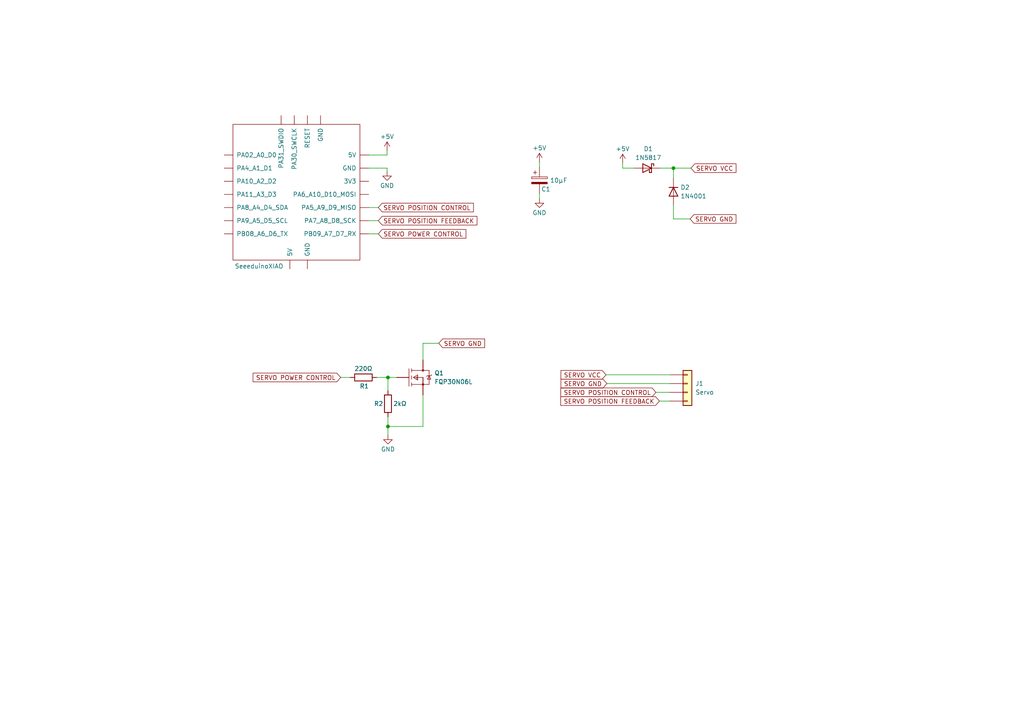
<source format=kicad_sch>
(kicad_sch (version 20230121) (generator eeschema)
  (paper "A4")
  (lib_symbols
    (symbol "Connector_Generic:Conn_01x04" (pin_numbers hide) (pin_names (offset 1.016) hide)
      (property "Reference" "J" (at 0 5.08 0))
      (property "Value" "Conn_01x04" (at 0 -7.62 0))
      (symbol "Conn_01x04_1_1"
        (rectangle (start -1.27 -4.953) (end 0 -5.207) (stroke (width 0.1524)))
        (rectangle (start -1.27 -2.413) (end 0 -2.667) (stroke (width 0.1524)))
        (rectangle (start -1.27 0.127) (end 0 -0.127) (stroke (width 0.1524)))
        (rectangle (start -1.27 2.667) (end 0 2.413) (stroke (width 0.1524)))
        (rectangle (start -1.27 3.81) (end 1.27 -6.35) (stroke (width 0.254)) (fill (type background)))
        (pin passive line (at -5.08 2.54 0) (length 3.81) (name "Pin_1") (number "1"))
        (pin passive line (at -5.08 0 0) (length 3.81) (name "Pin_2") (number "2"))
        (pin passive line (at -5.08 -2.54 0) (length 3.81) (name "Pin_3") (number "3"))
        (pin passive line (at -5.08 -5.08 0) (length 3.81) (name "Pin_4") (number "4"))
      )
    )
    (symbol "DarkSkyGeek_KiCad_Symbol_Library:FQP30N06L" (pin_numbers hide) (pin_names (offset 1.016) hide)
      (property "Reference" "Q" (at 0 7.62 0))
      (property "Value" "FQP30N06L" (at 0 10.16 0))
      (symbol "FQP30N06L_1_1"
        (polyline (pts (xy 6.096 -2.54) (xy 6.096 2.54)))
        (polyline (pts (xy 6.858 -2.032) (xy 10.16 -2.032)))
        (polyline (pts (xy 6.858 -1.524) (xy 6.858 -2.54)))
        (polyline (pts (xy 6.858 0.508) (xy 6.858 -0.508)))
        (polyline (pts (xy 6.858 1.524) (xy 6.858 2.54)))
        (polyline (pts (xy 6.858 2.032) (xy 10.16 2.032)))
        (polyline (pts (xy 7.366 0) (xy 8.636 -0.762)))
        (polyline (pts (xy 7.366 0) (xy 8.636 0.762)))
        (polyline (pts (xy 7.62 0) (xy 10.16 0)))
        (polyline (pts (xy 8.382 0.254) (xy 8.382 -0.508)))
        (polyline (pts (xy 8.636 0.762) (xy 8.636 -0.762)))
        (polyline (pts (xy 10.16 -2.032) (xy 11.938 -2.032)))
        (polyline (pts (xy 11.43 -0.508) (xy 12.446 -0.508)))
        (polyline (pts (xy 11.43 0.508) (xy 11.176 0.254)))
        (polyline (pts (xy 11.938 -2.032) (xy 11.938 2.032)))
        (polyline (pts (xy 11.938 0.508) (xy 11.43 -0.508)))
        (polyline (pts (xy 11.938 0.508) (xy 11.43 0.508)))
        (polyline (pts (xy 11.938 0.508) (xy 12.446 0.508)))
        (polyline (pts (xy 11.938 2.032) (xy 10.16 2.032)))
        (polyline (pts (xy 12.446 -0.508) (xy 11.938 0.508)))
        (polyline (pts (xy 12.446 0.508) (xy 12.7 0.762)))
        (circle (center 10.16 -2.032) (radius 0.254))
        (circle (center 10.16 2.032) (radius 0.254))
        (pin unspecified line (at 2.54 0 0) (length 3.556) (name "G") (number "1"))
        (pin unspecified line (at 10.16 5.08 270) (length 3.048) (name "D") (number "2"))
        (pin unspecified line (at 10.16 -5.08 90) (length 5.08) (name "S") (number "3"))
      )
    )
    (symbol "Device:C_Polarized" (pin_numbers hide) (pin_names (offset 0.254))
      (property "Reference" "C" (at 0.635 2.54 0))
      (property "Value" "C_Polarized" (at 0.635 -2.54 0))
      (symbol "C_Polarized_0_1"
        (rectangle (start -2.286 0.508) (end 2.286 1.016))
        (polyline (pts (xy -1.778 2.286) (xy -0.762 2.286)))
        (polyline (pts (xy -1.27 2.794) (xy -1.27 1.778)))
        (rectangle (start 2.286 -0.508) (end -2.286 -1.016) (fill (type outline)))
      )
      (symbol "C_Polarized_1_1"
        (pin passive line (at 0 3.81 270) (length 2.794) (name "~") (number "1"))
        (pin passive line (at 0 -3.81 90) (length 2.794) (name "~") (number "2"))
      )
    )
    (symbol "Device:R" (pin_numbers hide) (pin_names (offset 0))
      (property "Reference" "R" (at 2.032 0 90))
      (property "Value" "R" (at 0 0 90))
      (symbol "R_0_1"
        (rectangle (start -1.016 -2.54) (end 1.016 2.54) (stroke (width 0.254)))
      )
      (symbol "R_1_1"
        (pin passive line (at 0 3.81 270) (length 1.27) (name "~") (number "1"))
        (pin passive line (at 0 -3.81 90) (length 1.27) (name "~") (number "2"))
      )
    )
    (symbol "Diode:1N4001" (pin_numbers hide) (pin_names hide)
      (property "Reference" "D" (at 0 2.54 0))
      (property "Value" "1N4001" (at 0 -2.54 0))
      (symbol "1N4001_0_1"
        (polyline (pts (xy -1.27 1.27) (xy -1.27 -1.27)) (stroke (width 0.254)))
        (polyline (pts (xy 1.27 0) (xy -1.27 0)))
        (polyline (pts (xy 1.27 1.27) (xy 1.27 -1.27) (xy -1.27 0) (xy 1.27 1.27)) (stroke (width 0.254)))
      )
      (symbol "1N4001_1_1"
        (pin passive line (at -3.81 0 0) (length 2.54) (name "K") (number "1"))
        (pin passive line (at 3.81 0 180) (length 2.54) (name "A") (number "2"))
      )
    )
    (symbol "Diode:1N5817" (pin_numbers hide) (pin_names (offset 1.016) hide)
      (property "Reference" "D" (at 0 2.54 0))
      (property "Value" "1N5817" (at 0 -2.54 0))
      (symbol "1N5817_0_1"
        (polyline (pts (xy 1.27 0) (xy -1.27 0)))
        (polyline (pts (xy 1.27 1.27) (xy 1.27 -1.27) (xy -1.27 0) (xy 1.27 1.27)) (stroke (width 0.254)))
        (polyline (pts (xy -1.905 0.635) (xy -1.905 1.27) (xy -1.27 1.27) (xy -1.27 -1.27) (xy -0.635 -1.27) (xy -0.635 -0.635)) (stroke (width 0.254)))
      )
      (symbol "1N5817_1_1"
        (pin passive line (at -3.81 0 0) (length 2.54) (name "K") (number "1"))
        (pin passive line (at 3.81 0 180) (length 2.54) (name "A") (number "2"))
      )
    )
    (symbol "Seeeduino XIAO:SeeeduinoXIAO" (pin_numbers hide) (pin_names (offset 1.016))
      (property "Value" "SeeeduinoXIAO" (at -18.542 -20.828 0))
      (symbol "SeeeduinoXIAO_0_1"
        (rectangle (start -19.05 20.32) (end 17.78 -19.05))
      )
      (symbol "SeeeduinoXIAO_1_1"
        (pin unspecified line (at -21.59 11.43 0) (length 2.54) (name "PA02_A0_D0") (number "1"))
        (pin unspecified line (at 20.32 -3.81 180) (length 2.54) (name "PA5_A9_D9_MISO") (number "10"))
        (pin unspecified line (at 20.32 0 180) (length 2.54) (name "PA6_A10_D10_MOSI") (number "11"))
        (pin unspecified line (at 20.32 3.81 180) (length 2.54) (name "3V3") (number "12"))
        (pin unspecified line (at 20.32 7.62 180) (length 2.54) (name "GND") (number "13"))
        (pin unspecified line (at 20.32 11.43 180) (length 2.54) (name "5V") (number "14"))
        (pin input line (at -2.54 -21.59 90) (length 2.54) (name "5V") (number "15"))
        (pin input line (at 2.54 -21.59 90) (length 2.54) (name "GND") (number "16"))
        (pin input line (at -5.08 22.86 270) (length 2.54) (name "PA31_SWDIO") (number "17"))
        (pin input line (at -1.27 22.86 270) (length 2.54) (name "PA30_SWCLK") (number "18"))
        (pin input line (at 2.54 22.86 270) (length 2.54) (name "RESET") (number "19"))
        (pin unspecified line (at -21.59 7.62 0) (length 2.54) (name "PA4_A1_D1") (number "2"))
        (pin input line (at 6.35 22.86 270) (length 2.54) (name "GND") (number "20"))
        (pin unspecified line (at -21.59 3.81 0) (length 2.54) (name "PA10_A2_D2") (number "3"))
        (pin unspecified line (at -21.59 0 0) (length 2.54) (name "PA11_A3_D3") (number "4"))
        (pin unspecified line (at -21.59 -3.81 0) (length 2.54) (name "PA8_A4_D4_SDA") (number "5"))
        (pin unspecified line (at -21.59 -7.62 0) (length 2.54) (name "PA9_A5_D5_SCL") (number "6"))
        (pin unspecified line (at -21.59 -11.43 0) (length 2.54) (name "PB08_A6_D6_TX") (number "7"))
        (pin unspecified line (at 20.32 -11.43 180) (length 2.54) (name "PB09_A7_D7_RX") (number "8"))
        (pin unspecified line (at 20.32 -7.62 180) (length 2.54) (name "PA7_A8_D8_SCK") (number "9"))
      )
    )
    (symbol "power:+5V" (power) (pin_numbers hide) (pin_names (offset 0) hide)
      (property "Value" "+5V" (at 0 3.556 0))
      (symbol "+5V_0_1"
        (polyline (pts (xy -0.762 1.27) (xy 0 2.54)))
        (polyline (pts (xy 0 0) (xy 0 2.54)))
        (polyline (pts (xy 0 2.54) (xy 0.762 1.27)))
      )
      (symbol "+5V_1_1"
        (pin power_in line (at 0 0 90) (length 0) hide (name "+5V") (number "1"))
      )
    )
    (symbol "power:GND" (power) (pin_numbers hide) (pin_names (offset 0) hide)
      (property "Value" "GND" (at 0 -3.81 0))
      (symbol "GND_0_1"
        (polyline (pts (xy 0 0) (xy 0 -1.27) (xy 1.27 -1.27) (xy 0 -2.54) (xy -1.27 -1.27) (xy 0 -1.27)))
      )
      (symbol "GND_1_1"
        (pin power_in line (at 0 0 270) (length 0) hide (name "GND") (number "1"))
      )
    )
  )
  (junction (at 112.522 123.698))
  (junction (at 112.522 109.474))
  (junction (at 195.326 48.768))
  (wire (pts (xy 176.022 111.252) (xy 194.31 111.252)))
  (wire (pts (xy 98.806 109.474) (xy 101.6 109.474)))
  (wire (pts (xy 112.268 48.768) (xy 112.268 49.784)))
  (wire (pts (xy 112.268 44.958) (xy 112.268 43.688)))
  (wire (pts (xy 112.522 109.474) (xy 112.522 113.284)))
  (wire (pts (xy 156.464 56.134) (xy 156.464 57.658)))
  (wire (pts (xy 106.934 67.818) (xy 109.728 67.818)))
  (wire (pts (xy 191.516 48.768) (xy 195.326 48.768)))
  (wire (pts (xy 122.682 114.554) (xy 122.682 123.698)))
  (wire (pts (xy 191.262 116.332) (xy 194.31 116.332)))
  (wire (pts (xy 180.594 47.244) (xy 180.594 48.768)))
  (wire (pts (xy 122.682 99.568) (xy 122.682 104.394)))
  (wire (pts (xy 195.326 48.768) (xy 195.326 51.816)))
  (wire (pts (xy 106.934 48.768) (xy 112.268 48.768)))
  (wire (pts (xy 112.522 123.698) (xy 112.522 126.238)))
  (wire (pts (xy 156.464 46.99) (xy 156.464 48.514)))
  (wire (pts (xy 106.934 64.008) (xy 109.728 64.008)))
  (wire (pts (xy 112.522 120.904) (xy 112.522 123.698)))
  (wire (pts (xy 112.522 109.474) (xy 115.062 109.474)))
  (wire (pts (xy 175.768 108.712) (xy 194.31 108.712)))
  (wire (pts (xy 122.682 123.698) (xy 112.522 123.698)))
  (wire (pts (xy 109.22 109.474) (xy 112.522 109.474)))
  (wire (pts (xy 106.934 60.198) (xy 109.728 60.198)))
  (wire (pts (xy 195.326 48.768) (xy 200.406 48.768)))
  (wire (pts (xy 195.326 63.5) (xy 200.152 63.5)))
  (wire (pts (xy 190.246 113.792) (xy 194.31 113.792)))
  (wire (pts (xy 180.594 48.768) (xy 183.896 48.768)))
  (wire (pts (xy 195.326 59.436) (xy 195.326 63.5)))
  (wire (pts (xy 106.934 44.958) (xy 112.268 44.958)))
  (wire (pts (xy 127.254 99.568) (xy 122.682 99.568)))
  (global_label "SERVO VCC" (shape input) (at 200.406 48.768 0) (property "Intersheetrefs" "${INTERSHEET_REFS}" (effects hide)))
  (global_label "SERVO POWER CONTROL" (shape input) (at 98.806 109.474 180) (property "Intersheetrefs" "${INTERSHEET_REFS}" (effects hide)))
  (global_label "SERVO GND" (shape input) (at 176.022 111.252 180) (property "Intersheetrefs" "${INTERSHEET_REFS}" (effects hide)))
  (global_label "SERVO POWER CONTROL" (shape input) (at 109.728 67.818 0) (property "Intersheetrefs" "${INTERSHEET_REFS}" (effects hide)))
  (global_label "SERVO POSITION CONTROL" (shape input) (at 109.728 60.198 0) (property "Intersheetrefs" "${INTERSHEET_REFS}" (effects hide)))
  (global_label "SERVO VCC" (shape input) (at 175.768 108.712 180) (property "Intersheetrefs" "${INTERSHEET_REFS}" (effects hide)))
  (global_label "SERVO POSITION FEEDBACK" (shape input) (at 191.262 116.332 180) (property "Intersheetrefs" "${INTERSHEET_REFS}" (effects hide)))
  (global_label "SERVO POSITION FEEDBACK" (shape input) (at 109.728 64.008 0) (property "Intersheetrefs" "${INTERSHEET_REFS}" (effects hide)))
  (global_label "SERVO POSITION CONTROL" (shape input) (at 190.246 113.792 180) (property "Intersheetrefs" "${INTERSHEET_REFS}" (effects hide)))
  (global_label "SERVO GND" (shape input) (at 200.152 63.5 0) (property "Intersheetrefs" "${INTERSHEET_REFS}" (effects hide)))
  (global_label "SERVO GND" (shape input) (at 127.254 99.568 0) (property "Intersheetrefs" "${INTERSHEET_REFS}" (effects hide)))
  (symbol (lib_id "power:+5V") (at 156.464 46.99 0) (unit 1)
    (property "Reference" "#PWR04" (effects hide))
    (property "Value" "+5V" (at 156.464 42.926 0))
  )
  (symbol (lib_id "Device:R") (at 112.522 117.094 0) (unit 1)
    (property "Reference" "R2" (at 108.458 117.094 0) (effects (justify left)))
    (property "Value" "2kΩ" (at 114.046 117.094 0) (effects (justify left)))
    (property "Footprint" "Resistor_THT:R_Axial_DIN0207_L6.3mm_D2.5mm_P10.16mm_Horizontal" (effects hide))
  )
  (symbol (lib_id "Connector_Generic:Conn_01x04") (at 199.39 111.252 0) (unit 1)
    (property "Reference" "J1" (at 201.676 111.252 0) (effects (justify left)))
    (property "Value" "Servo" (at 201.676 113.792 0) (effects (justify left)))
    (property "Footprint" "Connector_PinHeader_2.54mm:PinHeader_1x04_P2.54mm_Vertical" (effects hide))
  )
  (symbol (lib_id "power:GND") (at 156.464 57.658 0) (unit 1)
    (property "Reference" "#PWR05" (effects hide))
    (property "Value" "GND" (at 156.464 61.722 0))
  )
  (symbol (lib_id "Seeeduino XIAO:SeeeduinoXIAO") (at 86.614 56.388 0) (unit 1)
    (property "Reference" "U1" (effects hide))
    (property "Value" "SeeeduinoXIAO" (at 68.072 77.216 0) (effects (justify left)))
    (property "Footprint" "Seeeduino XIAO:Seeeduino XIAO-MOUDLE14P-2.54-21X17.8MM" (effects hide))
  )
  (symbol (lib_id "DarkSkyGeek_KiCad_Symbol_Library:FQP30N06L") (at 112.522 109.474 0) (unit 1)
    (property "Reference" "Q1" (at 125.984 108.204 0) (effects (justify left)))
    (property "Value" "FQP30N06L" (at 125.984 110.744 0) (effects (justify left)))
    (property "Footprint" "MyFootprints:FQP30N06L" (effects hide))
    (property "Datasheet" "https://www.fairchildsemi.com/datasheets/FQ/FQP30N06L.pdf" (effects hide))
    (property "category" "Trans" (effects hide))
    (property "category 20b3edb914a9fb74" "Uncategorized" (effects hide))
    (property "category 2f8ae2801e7ef44d" "Uncategorized" (effects hide))
    (property "category 3b27f62d0a3ae0e0" "Discretes (diodes, transistors, thyristors ...)" (effects hide))
    (property "category 6f04a20e5eeab4c3" "Uncategorized" (effects hide))
    (property "category 931f5e15a77d48d8" "Uncategorized" (effects hide))
    (property "category 9e07530daf1645c0" "Semiconductors and Actives" (effects hide))
    (property "category d77d1a77e69f0cba" "Transistors" (effects hide))
    (property "category e7b12abbd6523c76" "MOSFETs" (effects hide))
    (property "digikey description" "MOSFET N-CH 60V 32A TO-220" (effects hide))
    (property "digikey part number" "FQP30N06L-ND" (effects hide))
    (property "ipc land pattern name" "TO-220" (effects hide))
    (property "lead free" "yes" (effects hide))
    (property "library id" "4c4a158987b216aa" (effects hide))
    (property "manufacturer" "ON Semi" (effects hide))
    (property "mounting type" "through hole" (effects hide))
    (property "mouser part number" "512-FQP30N06L" (effects hide))
    (property "num pins" "3" (effects hide))
    (property "octopart part number" "d9a510aad9290662" (effects hide))
    (property "package" "TO-220" (effects hide))
    (property "rohs" "yes" (effects hide))
    (property "temperature range high" "+175°C" (effects hide))
    (property "temperature range low" "-55°C" (effects hide))
    (property "breakdown voltage drain to source" "60 V" (effects hide))
    (property "current rating" "32 A" (effects hide))
    (property "id continuous drain current" "32 A" (effects hide))
    (property "max breakdown voltage gate to source" "20 V" (effects hide))
    (property "min breakdown voltage gate to source" "-20 V" (effects hide))
    (property "polarity" "N-Channel" (effects hide))
    (property "power dissipation" "79 W" (effects hide))
    (property "rds drain to source resistance on" "27 mΩ" (effects hide))
    (property "vds drain to source voltage" "60 V" (effects hide))
    (property "voltage rating dc" "60 V" (effects hide))
  )
  (symbol (lib_id "Diode:1N5817") (at 187.706 48.768 0) (mirror y) (unit 1)
    (property "Reference" "D1" (at 188.0235 43.18 0))
    (property "Value" "1N5817" (at 188.0235 45.72 0))
    (property "Footprint" "Diode_THT:D_DO-41_SOD81_P10.16mm_Horizontal" (effects hide))
    (property "Datasheet" "http://www.vishay.com/docs/88525/1n5817.pdf" (effects hide))
  )
  (symbol (lib_id "power:GND") (at 112.522 126.238 0) (unit 1)
    (property "Reference" "#PWR01" (effects hide))
    (property "Value" "GND" (at 112.522 130.302 0))
  )
  (symbol (lib_id "Device:R") (at 105.41 109.474 270) (unit 1)
    (property "Reference" "R1" (at 105.664 112.014 90))
    (property "Value" "220Ω" (at 105.41 106.934 90))
    (property "Footprint" "Resistor_THT:R_Axial_DIN0207_L6.3mm_D2.5mm_P10.16mm_Horizontal" (effects hide))
  )
  (symbol (lib_id "power:+5V") (at 180.594 47.244 0) (unit 1)
    (property "Reference" "#PWR07" (effects hide))
    (property "Value" "+5V" (at 180.594 43.18 0))
  )
  (symbol (lib_id "power:+5V") (at 112.268 43.688 0) (unit 1)
    (property "Reference" "#PWR02" (effects hide))
    (property "Value" "+5V" (at 112.268 39.624 0))
  )
  (symbol (lib_id "Diode:1N4001") (at 195.326 55.626 270) (unit 1)
    (property "Reference" "D2" (at 197.358 54.356 90) (effects (justify left)))
    (property "Value" "1N4001" (at 197.358 56.896 90) (effects (justify left)))
    (property "Footprint" "Diode_THT:D_DO-41_SOD81_P10.16mm_Horizontal" (effects hide))
    (property "Datasheet" "http://www.vishay.com/docs/88503/1n4001.pdf" (effects hide))
    (property "Sim.Device" "D" (effects hide))
    (property "Sim.Pins" "1=K 2=A" (effects hide))
  )
  (symbol (lib_id "Device:C_Polarized") (at 156.464 52.324 0) (unit 1)
    (property "Reference" "C1" (at 156.972 54.864 0) (effects (justify left)))
    (property "Value" "10µF" (at 159.512 52.324 0) (effects (justify left)))
    (property "Footprint" "Capacitor_THT:CP_Radial_D5.0mm_P2.50mm" (effects hide))
  )
  (symbol (lib_id "power:GND") (at 112.268 49.784 0) (unit 1)
    (property "Reference" "#PWR03" (effects hide))
    (property "Value" "GND" (at 112.268 53.848 0))
  )
)
</source>
